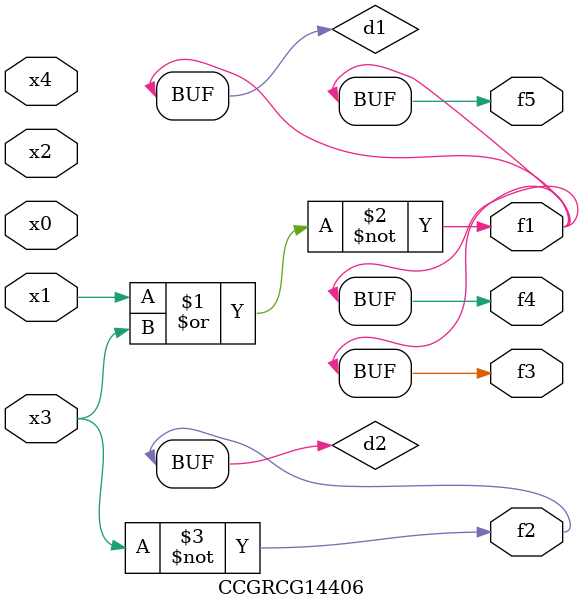
<source format=v>
module CCGRCG14406(
	input x0, x1, x2, x3, x4,
	output f1, f2, f3, f4, f5
);

	wire d1, d2;

	nor (d1, x1, x3);
	not (d2, x3);
	assign f1 = d1;
	assign f2 = d2;
	assign f3 = d1;
	assign f4 = d1;
	assign f5 = d1;
endmodule

</source>
